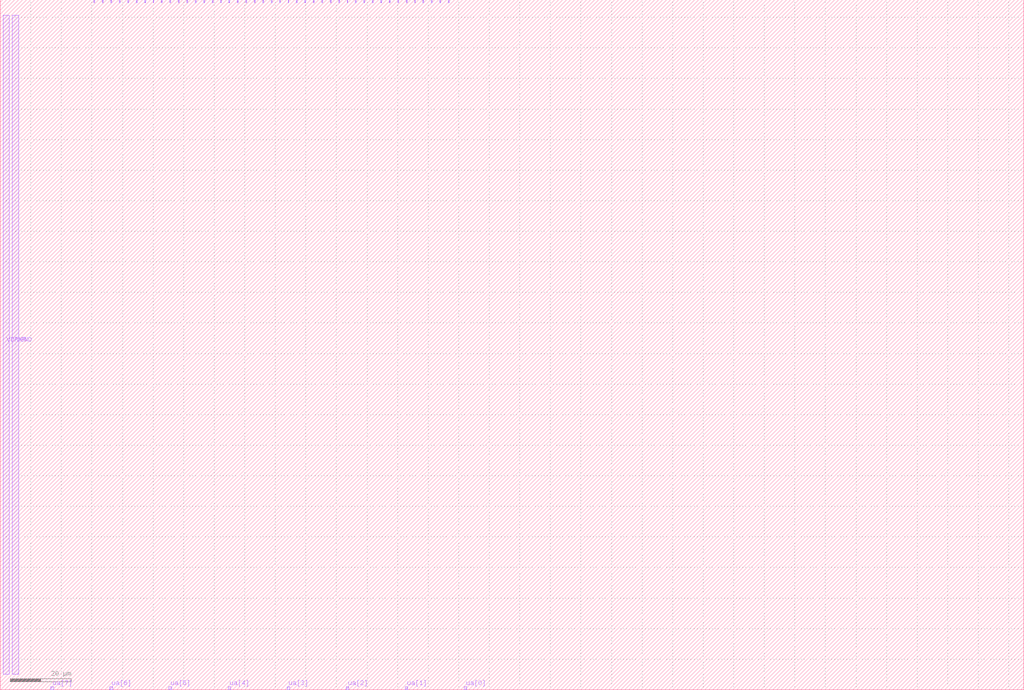
<source format=lef>
VERSION 5.7 ;
  NOWIREEXTENSIONATPIN ON ;
  DIVIDERCHAR "/" ;
  BUSBITCHARS "[]" ;
MACRO tt_um_tinychaos
  CLASS BLOCK ;
  FOREIGN tt_um_tinychaos ;
  ORIGIN 0.000 0.000 ;
  SIZE 334.880 BY 225.760 ;
  PIN clk
    DIRECTION INPUT ;
    USE SIGNAL ;
    PORT
      LAYER met4 ;
        RECT 143.830 224.760 144.130 225.760 ;
    END
  END clk
  PIN ena
    DIRECTION INPUT ;
    USE SIGNAL ;
    PORT
      LAYER met4 ;
        RECT 146.590 224.760 146.890 225.760 ;
    END
  END ena
  PIN rst_n
    DIRECTION INPUT ;
    USE SIGNAL ;
    PORT
      LAYER met4 ;
        RECT 141.070 224.760 141.370 225.760 ;
    END
  END rst_n
  PIN ua[0]
    DIRECTION INOUT ;
    USE SIGNAL ;
    PORT
      LAYER met4 ;
        RECT 151.810 0.000 152.710 1.000 ;
    END
  END ua[0]
  PIN ua[1]
    DIRECTION INOUT ;
    USE SIGNAL ;
    PORT
      LAYER met4 ;
        RECT 132.490 0.000 133.390 1.000 ;
    END
  END ua[1]
  PIN ua[2]
    DIRECTION INOUT ;
    USE SIGNAL ;
    PORT
      LAYER met4 ;
        RECT 113.170 0.000 114.070 1.000 ;
    END
  END ua[2]
  PIN ua[3]
    DIRECTION INOUT ;
    USE SIGNAL ;
    PORT
      LAYER met4 ;
        RECT 93.850 0.000 94.750 1.000 ;
    END
  END ua[3]
  PIN ua[4]
    DIRECTION INOUT ;
    USE SIGNAL ;
    PORT
      LAYER met4 ;
        RECT 74.530 0.000 75.430 1.000 ;
    END
  END ua[4]
  PIN ua[5]
    DIRECTION INOUT ;
    USE SIGNAL ;
    PORT
      LAYER met4 ;
        RECT 55.210 0.000 56.110 1.000 ;
    END
  END ua[5]
  PIN ua[6]
    DIRECTION INOUT ;
    USE SIGNAL ;
    PORT
      LAYER met4 ;
        RECT 35.890 0.000 36.790 1.000 ;
    END
  END ua[6]
  PIN ua[7]
    DIRECTION INOUT ;
    USE SIGNAL ;
    PORT
      LAYER met4 ;
        RECT 16.570 0.000 17.470 1.000 ;
    END
  END ua[7]
  PIN ui_in[0]
    DIRECTION INPUT ;
    USE SIGNAL ;
    PORT
      LAYER met4 ;
        RECT 138.310 224.760 138.610 225.760 ;
    END
  END ui_in[0]
  PIN ui_in[1]
    DIRECTION INPUT ;
    USE SIGNAL ;
    PORT
      LAYER met4 ;
        RECT 135.550 224.760 135.850 225.760 ;
    END
  END ui_in[1]
  PIN ui_in[2]
    DIRECTION INPUT ;
    USE SIGNAL ;
    PORT
      LAYER met4 ;
        RECT 132.790 224.760 133.090 225.760 ;
    END
  END ui_in[2]
  PIN ui_in[3]
    DIRECTION INPUT ;
    USE SIGNAL ;
    PORT
      LAYER met4 ;
        RECT 130.030 224.760 130.330 225.760 ;
    END
  END ui_in[3]
  PIN ui_in[4]
    DIRECTION INPUT ;
    USE SIGNAL ;
    PORT
      LAYER met4 ;
        RECT 127.270 224.760 127.570 225.760 ;
    END
  END ui_in[4]
  PIN ui_in[5]
    DIRECTION INPUT ;
    USE SIGNAL ;
    PORT
      LAYER met4 ;
        RECT 124.510 224.760 124.810 225.760 ;
    END
  END ui_in[5]
  PIN ui_in[6]
    DIRECTION INPUT ;
    USE SIGNAL ;
    PORT
      LAYER met4 ;
        RECT 121.750 224.760 122.050 225.760 ;
    END
  END ui_in[6]
  PIN ui_in[7]
    DIRECTION INPUT ;
    USE SIGNAL ;
    PORT
      LAYER met4 ;
        RECT 118.990 224.760 119.290 225.760 ;
    END
  END ui_in[7]
  PIN uio_in[0]
    DIRECTION INPUT ;
    USE SIGNAL ;
    PORT
      LAYER met4 ;
        RECT 116.230 224.760 116.530 225.760 ;
    END
  END uio_in[0]
  PIN uio_in[1]
    DIRECTION INPUT ;
    USE SIGNAL ;
    PORT
      LAYER met4 ;
        RECT 113.470 224.760 113.770 225.760 ;
    END
  END uio_in[1]
  PIN uio_in[2]
    DIRECTION INPUT ;
    USE SIGNAL ;
    PORT
      LAYER met4 ;
        RECT 110.710 224.760 111.010 225.760 ;
    END
  END uio_in[2]
  PIN uio_in[3]
    DIRECTION INPUT ;
    USE SIGNAL ;
    PORT
      LAYER met4 ;
        RECT 107.950 224.760 108.250 225.760 ;
    END
  END uio_in[3]
  PIN uio_in[4]
    DIRECTION INPUT ;
    USE SIGNAL ;
    PORT
      LAYER met4 ;
        RECT 105.190 224.760 105.490 225.760 ;
    END
  END uio_in[4]
  PIN uio_in[5]
    DIRECTION INPUT ;
    USE SIGNAL ;
    PORT
      LAYER met4 ;
        RECT 102.430 224.760 102.730 225.760 ;
    END
  END uio_in[5]
  PIN uio_in[6]
    DIRECTION INPUT ;
    USE SIGNAL ;
    PORT
      LAYER met4 ;
        RECT 99.670 224.760 99.970 225.760 ;
    END
  END uio_in[6]
  PIN uio_in[7]
    DIRECTION INPUT ;
    USE SIGNAL ;
    PORT
      LAYER met4 ;
        RECT 96.910 224.760 97.210 225.760 ;
    END
  END uio_in[7]
  PIN uio_oe[0]
    DIRECTION OUTPUT ;
    USE SIGNAL ;
    PORT
      LAYER met4 ;
        RECT 49.990 224.760 50.290 225.760 ;
    END
  END uio_oe[0]
  PIN uio_oe[1]
    DIRECTION OUTPUT ;
    USE SIGNAL ;
    PORT
      LAYER met4 ;
        RECT 47.230 224.760 47.530 225.760 ;
    END
  END uio_oe[1]
  PIN uio_oe[2]
    DIRECTION OUTPUT ;
    USE SIGNAL ;
    PORT
      LAYER met4 ;
        RECT 44.470 224.760 44.770 225.760 ;
    END
  END uio_oe[2]
  PIN uio_oe[3]
    DIRECTION OUTPUT ;
    USE SIGNAL ;
    PORT
      LAYER met4 ;
        RECT 41.710 224.760 42.010 225.760 ;
    END
  END uio_oe[3]
  PIN uio_oe[4]
    DIRECTION OUTPUT ;
    USE SIGNAL ;
    PORT
      LAYER met4 ;
        RECT 38.950 224.760 39.250 225.760 ;
    END
  END uio_oe[4]
  PIN uio_oe[5]
    DIRECTION OUTPUT ;
    USE SIGNAL ;
    PORT
      LAYER met4 ;
        RECT 36.190 224.760 36.490 225.760 ;
    END
  END uio_oe[5]
  PIN uio_oe[6]
    DIRECTION OUTPUT ;
    USE SIGNAL ;
    PORT
      LAYER met4 ;
        RECT 33.430 224.760 33.730 225.760 ;
    END
  END uio_oe[6]
  PIN uio_oe[7]
    DIRECTION OUTPUT ;
    USE SIGNAL ;
    PORT
      LAYER met4 ;
        RECT 30.670 224.760 30.970 225.760 ;
    END
  END uio_oe[7]
  PIN uio_out[0]
    DIRECTION OUTPUT ;
    USE SIGNAL ;
    PORT
      LAYER met4 ;
        RECT 72.070 224.760 72.370 225.760 ;
    END
  END uio_out[0]
  PIN uio_out[1]
    DIRECTION OUTPUT ;
    USE SIGNAL ;
    PORT
      LAYER met4 ;
        RECT 69.310 224.760 69.610 225.760 ;
    END
  END uio_out[1]
  PIN uio_out[2]
    DIRECTION OUTPUT ;
    USE SIGNAL ;
    PORT
      LAYER met4 ;
        RECT 66.550 224.760 66.850 225.760 ;
    END
  END uio_out[2]
  PIN uio_out[3]
    DIRECTION OUTPUT ;
    USE SIGNAL ;
    PORT
      LAYER met4 ;
        RECT 63.790 224.760 64.090 225.760 ;
    END
  END uio_out[3]
  PIN uio_out[4]
    DIRECTION OUTPUT ;
    USE SIGNAL ;
    PORT
      LAYER met4 ;
        RECT 61.030 224.760 61.330 225.760 ;
    END
  END uio_out[4]
  PIN uio_out[5]
    DIRECTION OUTPUT ;
    USE SIGNAL ;
    PORT
      LAYER met4 ;
        RECT 58.270 224.760 58.570 225.760 ;
    END
  END uio_out[5]
  PIN uio_out[6]
    DIRECTION OUTPUT ;
    USE SIGNAL ;
    PORT
      LAYER met4 ;
        RECT 55.510 224.760 55.810 225.760 ;
    END
  END uio_out[6]
  PIN uio_out[7]
    DIRECTION OUTPUT ;
    USE SIGNAL ;
    PORT
      LAYER met4 ;
        RECT 52.750 224.760 53.050 225.760 ;
    END
  END uio_out[7]
  PIN uo_out[0]
    DIRECTION OUTPUT ;
    USE SIGNAL ;
    PORT
      LAYER met4 ;
        RECT 94.150 224.760 94.450 225.760 ;
    END
  END uo_out[0]
  PIN uo_out[1]
    DIRECTION OUTPUT ;
    USE SIGNAL ;
    PORT
      LAYER met4 ;
        RECT 91.390 224.760 91.690 225.760 ;
    END
  END uo_out[1]
  PIN uo_out[2]
    DIRECTION OUTPUT ;
    USE SIGNAL ;
    PORT
      LAYER met4 ;
        RECT 88.630 224.760 88.930 225.760 ;
    END
  END uo_out[2]
  PIN uo_out[3]
    DIRECTION OUTPUT ;
    USE SIGNAL ;
    PORT
      LAYER met4 ;
        RECT 85.870 224.760 86.170 225.760 ;
    END
  END uo_out[3]
  PIN uo_out[4]
    DIRECTION OUTPUT ;
    USE SIGNAL ;
    PORT
      LAYER met4 ;
        RECT 83.110 224.760 83.410 225.760 ;
    END
  END uo_out[4]
  PIN uo_out[5]
    DIRECTION OUTPUT ;
    USE SIGNAL ;
    PORT
      LAYER met4 ;
        RECT 80.350 224.760 80.650 225.760 ;
    END
  END uo_out[5]
  PIN uo_out[6]
    DIRECTION OUTPUT ;
    USE SIGNAL ;
    PORT
      LAYER met4 ;
        RECT 77.590 224.760 77.890 225.760 ;
    END
  END uo_out[6]
  PIN uo_out[7]
    DIRECTION OUTPUT ;
    USE SIGNAL ;
    PORT
      LAYER met4 ;
        RECT 74.830 224.760 75.130 225.760 ;
    END
  END uo_out[7]
  PIN VDPWR
    DIRECTION INOUT ;
    USE POWER ;
    PORT
      LAYER met4 ;
        RECT 1.000 5.000 3.000 220.760 ;
    END
  END VDPWR
  PIN VGND
    DIRECTION INOUT ;
    USE GROUND ;
    PORT
      LAYER met4 ;
        RECT 4.000 5.000 6.000 220.760 ;
    END
  END VGND
END tt_um_tinychaos
END LIBRARY


</source>
